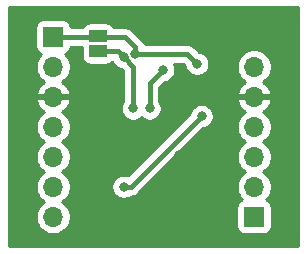
<source format=gbr>
G04 #@! TF.GenerationSoftware,KiCad,Pcbnew,(5.1.5)-3*
G04 #@! TF.CreationDate,2020-08-04T19:08:33+10:00*
G04 #@! TF.ProjectId,Interconnect,496e7465-7263-46f6-9e6e-6563742e6b69,rev 0.2*
G04 #@! TF.SameCoordinates,Original*
G04 #@! TF.FileFunction,Copper,L2,Bot*
G04 #@! TF.FilePolarity,Positive*
%FSLAX46Y46*%
G04 Gerber Fmt 4.6, Leading zero omitted, Abs format (unit mm)*
G04 Created by KiCad (PCBNEW (5.1.5)-3) date 2020-08-04 19:08:33*
%MOMM*%
%LPD*%
G04 APERTURE LIST*
%ADD10O,1.700000X1.700000*%
%ADD11R,1.700000X1.700000*%
%ADD12R,1.500000X1.000000*%
%ADD13C,0.800000*%
%ADD14C,0.400000*%
%ADD15C,0.254000*%
G04 APERTURE END LIST*
D10*
X167640000Y-89408000D03*
X167640000Y-91948000D03*
X167640000Y-94488000D03*
X167640000Y-97028000D03*
X167640000Y-99568000D03*
D11*
X167640000Y-102108000D03*
D10*
X150622000Y-102108000D03*
X150622000Y-99568000D03*
X150622000Y-97028000D03*
X150622000Y-94488000D03*
X150622000Y-91948000D03*
X150622000Y-89408000D03*
D11*
X150622000Y-86868000D03*
D12*
X154432000Y-86789500D03*
X154432000Y-88089500D03*
D13*
X161163000Y-101854000D03*
X165989000Y-104140000D03*
X161290000Y-96901000D03*
X166116000Y-98298000D03*
X164592000Y-87884000D03*
X161290000Y-92964000D03*
X155575000Y-93091000D03*
X154178000Y-84963000D03*
X156591000Y-99568000D03*
X163195000Y-93599000D03*
X156592000Y-88602500D03*
X157392000Y-92939990D03*
X157592000Y-88340000D03*
X162814000Y-89154000D03*
X158792000Y-92940000D03*
X159917010Y-89665000D03*
D14*
X156591000Y-99568000D02*
X157226000Y-99568000D01*
X157226000Y-99568000D02*
X163195000Y-93599000D01*
X156592000Y-88602500D02*
X157392000Y-89402500D01*
X157392000Y-89402500D02*
X157392000Y-92939990D01*
X156079000Y-88089500D02*
X154432000Y-88089500D01*
X156592000Y-88602500D02*
X156079000Y-88089500D01*
X162000000Y-88340000D02*
X162814000Y-89154000D01*
X157592000Y-88340000D02*
X162000000Y-88340000D01*
X152400000Y-86868000D02*
X150622000Y-86868000D01*
X156685685Y-86868000D02*
X152400000Y-86868000D01*
X157592000Y-88340000D02*
X157592000Y-87774315D01*
X157592000Y-87774315D02*
X156685685Y-86868000D01*
X158792000Y-92940000D02*
X158792000Y-90790010D01*
X158792000Y-90790010D02*
X159917010Y-89665000D01*
D15*
G36*
X171384513Y-84353666D02*
G01*
X171385000Y-84358301D01*
X171385001Y-104615715D01*
X171384335Y-104622513D01*
X171379699Y-104623000D01*
X146884275Y-104623000D01*
X146877487Y-104622335D01*
X146877000Y-104617699D01*
X146877000Y-94341740D01*
X149137000Y-94341740D01*
X149137000Y-94634260D01*
X149194068Y-94921158D01*
X149306010Y-95191411D01*
X149468525Y-95434632D01*
X149675368Y-95641475D01*
X149849760Y-95758000D01*
X149675368Y-95874525D01*
X149468525Y-96081368D01*
X149306010Y-96324589D01*
X149194068Y-96594842D01*
X149137000Y-96881740D01*
X149137000Y-97174260D01*
X149194068Y-97461158D01*
X149306010Y-97731411D01*
X149468525Y-97974632D01*
X149675368Y-98181475D01*
X149849760Y-98298000D01*
X149675368Y-98414525D01*
X149468525Y-98621368D01*
X149306010Y-98864589D01*
X149194068Y-99134842D01*
X149137000Y-99421740D01*
X149137000Y-99714260D01*
X149194068Y-100001158D01*
X149306010Y-100271411D01*
X149468525Y-100514632D01*
X149675368Y-100721475D01*
X149849760Y-100838000D01*
X149675368Y-100954525D01*
X149468525Y-101161368D01*
X149306010Y-101404589D01*
X149194068Y-101674842D01*
X149137000Y-101961740D01*
X149137000Y-102254260D01*
X149194068Y-102541158D01*
X149306010Y-102811411D01*
X149468525Y-103054632D01*
X149675368Y-103261475D01*
X149918589Y-103423990D01*
X150188842Y-103535932D01*
X150475740Y-103593000D01*
X150768260Y-103593000D01*
X151055158Y-103535932D01*
X151325411Y-103423990D01*
X151568632Y-103261475D01*
X151775475Y-103054632D01*
X151937990Y-102811411D01*
X152049932Y-102541158D01*
X152107000Y-102254260D01*
X152107000Y-101961740D01*
X152049932Y-101674842D01*
X151937990Y-101404589D01*
X151840043Y-101258000D01*
X166151928Y-101258000D01*
X166151928Y-102958000D01*
X166164188Y-103082482D01*
X166200498Y-103202180D01*
X166259463Y-103312494D01*
X166338815Y-103409185D01*
X166435506Y-103488537D01*
X166545820Y-103547502D01*
X166665518Y-103583812D01*
X166790000Y-103596072D01*
X168490000Y-103596072D01*
X168614482Y-103583812D01*
X168734180Y-103547502D01*
X168844494Y-103488537D01*
X168941185Y-103409185D01*
X169020537Y-103312494D01*
X169079502Y-103202180D01*
X169115812Y-103082482D01*
X169128072Y-102958000D01*
X169128072Y-101258000D01*
X169115812Y-101133518D01*
X169079502Y-101013820D01*
X169020537Y-100903506D01*
X168941185Y-100806815D01*
X168844494Y-100727463D01*
X168734180Y-100668498D01*
X168661620Y-100646487D01*
X168793475Y-100514632D01*
X168955990Y-100271411D01*
X169067932Y-100001158D01*
X169125000Y-99714260D01*
X169125000Y-99421740D01*
X169067932Y-99134842D01*
X168955990Y-98864589D01*
X168793475Y-98621368D01*
X168586632Y-98414525D01*
X168412240Y-98298000D01*
X168586632Y-98181475D01*
X168793475Y-97974632D01*
X168955990Y-97731411D01*
X169067932Y-97461158D01*
X169125000Y-97174260D01*
X169125000Y-96881740D01*
X169067932Y-96594842D01*
X168955990Y-96324589D01*
X168793475Y-96081368D01*
X168586632Y-95874525D01*
X168412240Y-95758000D01*
X168586632Y-95641475D01*
X168793475Y-95434632D01*
X168955990Y-95191411D01*
X169067932Y-94921158D01*
X169125000Y-94634260D01*
X169125000Y-94341740D01*
X169067932Y-94054842D01*
X168955990Y-93784589D01*
X168793475Y-93541368D01*
X168586632Y-93334525D01*
X168404466Y-93212805D01*
X168521355Y-93143178D01*
X168737588Y-92948269D01*
X168911641Y-92714920D01*
X169036825Y-92452099D01*
X169081476Y-92304890D01*
X168960155Y-92075000D01*
X167767000Y-92075000D01*
X167767000Y-92095000D01*
X167513000Y-92095000D01*
X167513000Y-92075000D01*
X166319845Y-92075000D01*
X166198524Y-92304890D01*
X166243175Y-92452099D01*
X166368359Y-92714920D01*
X166542412Y-92948269D01*
X166758645Y-93143178D01*
X166875534Y-93212805D01*
X166693368Y-93334525D01*
X166486525Y-93541368D01*
X166324010Y-93784589D01*
X166212068Y-94054842D01*
X166155000Y-94341740D01*
X166155000Y-94634260D01*
X166212068Y-94921158D01*
X166324010Y-95191411D01*
X166486525Y-95434632D01*
X166693368Y-95641475D01*
X166867760Y-95758000D01*
X166693368Y-95874525D01*
X166486525Y-96081368D01*
X166324010Y-96324589D01*
X166212068Y-96594842D01*
X166155000Y-96881740D01*
X166155000Y-97174260D01*
X166212068Y-97461158D01*
X166324010Y-97731411D01*
X166486525Y-97974632D01*
X166693368Y-98181475D01*
X166867760Y-98298000D01*
X166693368Y-98414525D01*
X166486525Y-98621368D01*
X166324010Y-98864589D01*
X166212068Y-99134842D01*
X166155000Y-99421740D01*
X166155000Y-99714260D01*
X166212068Y-100001158D01*
X166324010Y-100271411D01*
X166486525Y-100514632D01*
X166618380Y-100646487D01*
X166545820Y-100668498D01*
X166435506Y-100727463D01*
X166338815Y-100806815D01*
X166259463Y-100903506D01*
X166200498Y-101013820D01*
X166164188Y-101133518D01*
X166151928Y-101258000D01*
X151840043Y-101258000D01*
X151775475Y-101161368D01*
X151568632Y-100954525D01*
X151394240Y-100838000D01*
X151568632Y-100721475D01*
X151775475Y-100514632D01*
X151937990Y-100271411D01*
X152049932Y-100001158D01*
X152107000Y-99714260D01*
X152107000Y-99466061D01*
X155556000Y-99466061D01*
X155556000Y-99669939D01*
X155595774Y-99869898D01*
X155673795Y-100058256D01*
X155787063Y-100227774D01*
X155931226Y-100371937D01*
X156100744Y-100485205D01*
X156289102Y-100563226D01*
X156489061Y-100603000D01*
X156692939Y-100603000D01*
X156892898Y-100563226D01*
X157081256Y-100485205D01*
X157201805Y-100404657D01*
X157226000Y-100407040D01*
X157267018Y-100403000D01*
X157267019Y-100403000D01*
X157389689Y-100390918D01*
X157547087Y-100343172D01*
X157692146Y-100265636D01*
X157819291Y-100161291D01*
X157845446Y-100129421D01*
X163351777Y-94623092D01*
X163496898Y-94594226D01*
X163685256Y-94516205D01*
X163854774Y-94402937D01*
X163998937Y-94258774D01*
X164112205Y-94089256D01*
X164190226Y-93900898D01*
X164230000Y-93700939D01*
X164230000Y-93497061D01*
X164190226Y-93297102D01*
X164112205Y-93108744D01*
X163998937Y-92939226D01*
X163854774Y-92795063D01*
X163685256Y-92681795D01*
X163496898Y-92603774D01*
X163296939Y-92564000D01*
X163093061Y-92564000D01*
X162893102Y-92603774D01*
X162704744Y-92681795D01*
X162535226Y-92795063D01*
X162391063Y-92939226D01*
X162277795Y-93108744D01*
X162199774Y-93297102D01*
X162170908Y-93442223D01*
X156997168Y-98615965D01*
X156892898Y-98572774D01*
X156692939Y-98533000D01*
X156489061Y-98533000D01*
X156289102Y-98572774D01*
X156100744Y-98650795D01*
X155931226Y-98764063D01*
X155787063Y-98908226D01*
X155673795Y-99077744D01*
X155595774Y-99266102D01*
X155556000Y-99466061D01*
X152107000Y-99466061D01*
X152107000Y-99421740D01*
X152049932Y-99134842D01*
X151937990Y-98864589D01*
X151775475Y-98621368D01*
X151568632Y-98414525D01*
X151394240Y-98298000D01*
X151568632Y-98181475D01*
X151775475Y-97974632D01*
X151937990Y-97731411D01*
X152049932Y-97461158D01*
X152107000Y-97174260D01*
X152107000Y-96881740D01*
X152049932Y-96594842D01*
X151937990Y-96324589D01*
X151775475Y-96081368D01*
X151568632Y-95874525D01*
X151394240Y-95758000D01*
X151568632Y-95641475D01*
X151775475Y-95434632D01*
X151937990Y-95191411D01*
X152049932Y-94921158D01*
X152107000Y-94634260D01*
X152107000Y-94341740D01*
X152049932Y-94054842D01*
X151937990Y-93784589D01*
X151775475Y-93541368D01*
X151568632Y-93334525D01*
X151386466Y-93212805D01*
X151503355Y-93143178D01*
X151719588Y-92948269D01*
X151893641Y-92714920D01*
X152018825Y-92452099D01*
X152063476Y-92304890D01*
X151942155Y-92075000D01*
X150749000Y-92075000D01*
X150749000Y-92095000D01*
X150495000Y-92095000D01*
X150495000Y-92075000D01*
X149301845Y-92075000D01*
X149180524Y-92304890D01*
X149225175Y-92452099D01*
X149350359Y-92714920D01*
X149524412Y-92948269D01*
X149740645Y-93143178D01*
X149857534Y-93212805D01*
X149675368Y-93334525D01*
X149468525Y-93541368D01*
X149306010Y-93784589D01*
X149194068Y-94054842D01*
X149137000Y-94341740D01*
X146877000Y-94341740D01*
X146877000Y-86018000D01*
X149133928Y-86018000D01*
X149133928Y-87718000D01*
X149146188Y-87842482D01*
X149182498Y-87962180D01*
X149241463Y-88072494D01*
X149320815Y-88169185D01*
X149417506Y-88248537D01*
X149527820Y-88307502D01*
X149600380Y-88329513D01*
X149468525Y-88461368D01*
X149306010Y-88704589D01*
X149194068Y-88974842D01*
X149137000Y-89261740D01*
X149137000Y-89554260D01*
X149194068Y-89841158D01*
X149306010Y-90111411D01*
X149468525Y-90354632D01*
X149675368Y-90561475D01*
X149857534Y-90683195D01*
X149740645Y-90752822D01*
X149524412Y-90947731D01*
X149350359Y-91181080D01*
X149225175Y-91443901D01*
X149180524Y-91591110D01*
X149301845Y-91821000D01*
X150495000Y-91821000D01*
X150495000Y-91801000D01*
X150749000Y-91801000D01*
X150749000Y-91821000D01*
X151942155Y-91821000D01*
X152063476Y-91591110D01*
X152018825Y-91443901D01*
X151893641Y-91181080D01*
X151719588Y-90947731D01*
X151503355Y-90752822D01*
X151386466Y-90683195D01*
X151568632Y-90561475D01*
X151775475Y-90354632D01*
X151937990Y-90111411D01*
X152049932Y-89841158D01*
X152107000Y-89554260D01*
X152107000Y-89261740D01*
X152049932Y-88974842D01*
X151937990Y-88704589D01*
X151775475Y-88461368D01*
X151643620Y-88329513D01*
X151716180Y-88307502D01*
X151826494Y-88248537D01*
X151923185Y-88169185D01*
X152002537Y-88072494D01*
X152061502Y-87962180D01*
X152097812Y-87842482D01*
X152110072Y-87718000D01*
X152110072Y-87703000D01*
X153043928Y-87703000D01*
X153043928Y-88589500D01*
X153056188Y-88713982D01*
X153092498Y-88833680D01*
X153151463Y-88943994D01*
X153230815Y-89040685D01*
X153327506Y-89120037D01*
X153437820Y-89179002D01*
X153557518Y-89215312D01*
X153682000Y-89227572D01*
X155182000Y-89227572D01*
X155306482Y-89215312D01*
X155426180Y-89179002D01*
X155536494Y-89120037D01*
X155633185Y-89040685D01*
X155646504Y-89024456D01*
X155674795Y-89092756D01*
X155788063Y-89262274D01*
X155932226Y-89406437D01*
X156101744Y-89519705D01*
X156290102Y-89597726D01*
X156435224Y-89626592D01*
X156557000Y-89748368D01*
X156557001Y-92326704D01*
X156474795Y-92449734D01*
X156396774Y-92638092D01*
X156357000Y-92838051D01*
X156357000Y-93041929D01*
X156396774Y-93241888D01*
X156474795Y-93430246D01*
X156588063Y-93599764D01*
X156732226Y-93743927D01*
X156901744Y-93857195D01*
X157090102Y-93935216D01*
X157290061Y-93974990D01*
X157493939Y-93974990D01*
X157693898Y-93935216D01*
X157882256Y-93857195D01*
X158051774Y-93743927D01*
X158091995Y-93703706D01*
X158132226Y-93743937D01*
X158301744Y-93857205D01*
X158490102Y-93935226D01*
X158690061Y-93975000D01*
X158893939Y-93975000D01*
X159093898Y-93935226D01*
X159282256Y-93857205D01*
X159451774Y-93743937D01*
X159595937Y-93599774D01*
X159709205Y-93430256D01*
X159787226Y-93241898D01*
X159827000Y-93041939D01*
X159827000Y-92838061D01*
X159787226Y-92638102D01*
X159709205Y-92449744D01*
X159627000Y-92326715D01*
X159627000Y-91135877D01*
X160073785Y-90689093D01*
X160218908Y-90660226D01*
X160407266Y-90582205D01*
X160576784Y-90468937D01*
X160720947Y-90324774D01*
X160834215Y-90155256D01*
X160912236Y-89966898D01*
X160952010Y-89766939D01*
X160952010Y-89563061D01*
X160912236Y-89363102D01*
X160834321Y-89175000D01*
X161654132Y-89175000D01*
X161789908Y-89310776D01*
X161818774Y-89455898D01*
X161896795Y-89644256D01*
X162010063Y-89813774D01*
X162154226Y-89957937D01*
X162323744Y-90071205D01*
X162512102Y-90149226D01*
X162712061Y-90189000D01*
X162915939Y-90189000D01*
X163115898Y-90149226D01*
X163304256Y-90071205D01*
X163473774Y-89957937D01*
X163617937Y-89813774D01*
X163731205Y-89644256D01*
X163809226Y-89455898D01*
X163847846Y-89261740D01*
X166155000Y-89261740D01*
X166155000Y-89554260D01*
X166212068Y-89841158D01*
X166324010Y-90111411D01*
X166486525Y-90354632D01*
X166693368Y-90561475D01*
X166875534Y-90683195D01*
X166758645Y-90752822D01*
X166542412Y-90947731D01*
X166368359Y-91181080D01*
X166243175Y-91443901D01*
X166198524Y-91591110D01*
X166319845Y-91821000D01*
X167513000Y-91821000D01*
X167513000Y-91801000D01*
X167767000Y-91801000D01*
X167767000Y-91821000D01*
X168960155Y-91821000D01*
X169081476Y-91591110D01*
X169036825Y-91443901D01*
X168911641Y-91181080D01*
X168737588Y-90947731D01*
X168521355Y-90752822D01*
X168404466Y-90683195D01*
X168586632Y-90561475D01*
X168793475Y-90354632D01*
X168955990Y-90111411D01*
X169067932Y-89841158D01*
X169125000Y-89554260D01*
X169125000Y-89261740D01*
X169067932Y-88974842D01*
X168955990Y-88704589D01*
X168793475Y-88461368D01*
X168586632Y-88254525D01*
X168343411Y-88092010D01*
X168073158Y-87980068D01*
X167786260Y-87923000D01*
X167493740Y-87923000D01*
X167206842Y-87980068D01*
X166936589Y-88092010D01*
X166693368Y-88254525D01*
X166486525Y-88461368D01*
X166324010Y-88704589D01*
X166212068Y-88974842D01*
X166155000Y-89261740D01*
X163847846Y-89261740D01*
X163849000Y-89255939D01*
X163849000Y-89052061D01*
X163809226Y-88852102D01*
X163731205Y-88663744D01*
X163617937Y-88494226D01*
X163473774Y-88350063D01*
X163304256Y-88236795D01*
X163115898Y-88158774D01*
X162970776Y-88129908D01*
X162619445Y-87778578D01*
X162593291Y-87746709D01*
X162466146Y-87642364D01*
X162321087Y-87564828D01*
X162163689Y-87517082D01*
X162041019Y-87505000D01*
X162041018Y-87505000D01*
X162000000Y-87500960D01*
X161958982Y-87505000D01*
X158382877Y-87505000D01*
X158367172Y-87453228D01*
X158289636Y-87308169D01*
X158211439Y-87212885D01*
X158211437Y-87212883D01*
X158185291Y-87181024D01*
X158153432Y-87154878D01*
X157305130Y-86306578D01*
X157278976Y-86274709D01*
X157151831Y-86170364D01*
X157006772Y-86092828D01*
X156849374Y-86045082D01*
X156726704Y-86033000D01*
X156726703Y-86033000D01*
X156685685Y-86028960D01*
X156644667Y-86033000D01*
X155764917Y-86033000D01*
X155712537Y-85935006D01*
X155633185Y-85838315D01*
X155536494Y-85758963D01*
X155426180Y-85699998D01*
X155306482Y-85663688D01*
X155182000Y-85651428D01*
X153682000Y-85651428D01*
X153557518Y-85663688D01*
X153437820Y-85699998D01*
X153327506Y-85758963D01*
X153230815Y-85838315D01*
X153151463Y-85935006D01*
X153099083Y-86033000D01*
X152110072Y-86033000D01*
X152110072Y-86018000D01*
X152097812Y-85893518D01*
X152061502Y-85773820D01*
X152002537Y-85663506D01*
X151923185Y-85566815D01*
X151826494Y-85487463D01*
X151716180Y-85428498D01*
X151596482Y-85392188D01*
X151472000Y-85379928D01*
X149772000Y-85379928D01*
X149647518Y-85392188D01*
X149527820Y-85428498D01*
X149417506Y-85487463D01*
X149320815Y-85566815D01*
X149241463Y-85663506D01*
X149182498Y-85773820D01*
X149146188Y-85893518D01*
X149133928Y-86018000D01*
X146877000Y-86018000D01*
X146877000Y-84360275D01*
X146877666Y-84353487D01*
X146882301Y-84353000D01*
X171377725Y-84353000D01*
X171384513Y-84353666D01*
G37*
X171384513Y-84353666D02*
X171385000Y-84358301D01*
X171385001Y-104615715D01*
X171384335Y-104622513D01*
X171379699Y-104623000D01*
X146884275Y-104623000D01*
X146877487Y-104622335D01*
X146877000Y-104617699D01*
X146877000Y-94341740D01*
X149137000Y-94341740D01*
X149137000Y-94634260D01*
X149194068Y-94921158D01*
X149306010Y-95191411D01*
X149468525Y-95434632D01*
X149675368Y-95641475D01*
X149849760Y-95758000D01*
X149675368Y-95874525D01*
X149468525Y-96081368D01*
X149306010Y-96324589D01*
X149194068Y-96594842D01*
X149137000Y-96881740D01*
X149137000Y-97174260D01*
X149194068Y-97461158D01*
X149306010Y-97731411D01*
X149468525Y-97974632D01*
X149675368Y-98181475D01*
X149849760Y-98298000D01*
X149675368Y-98414525D01*
X149468525Y-98621368D01*
X149306010Y-98864589D01*
X149194068Y-99134842D01*
X149137000Y-99421740D01*
X149137000Y-99714260D01*
X149194068Y-100001158D01*
X149306010Y-100271411D01*
X149468525Y-100514632D01*
X149675368Y-100721475D01*
X149849760Y-100838000D01*
X149675368Y-100954525D01*
X149468525Y-101161368D01*
X149306010Y-101404589D01*
X149194068Y-101674842D01*
X149137000Y-101961740D01*
X149137000Y-102254260D01*
X149194068Y-102541158D01*
X149306010Y-102811411D01*
X149468525Y-103054632D01*
X149675368Y-103261475D01*
X149918589Y-103423990D01*
X150188842Y-103535932D01*
X150475740Y-103593000D01*
X150768260Y-103593000D01*
X151055158Y-103535932D01*
X151325411Y-103423990D01*
X151568632Y-103261475D01*
X151775475Y-103054632D01*
X151937990Y-102811411D01*
X152049932Y-102541158D01*
X152107000Y-102254260D01*
X152107000Y-101961740D01*
X152049932Y-101674842D01*
X151937990Y-101404589D01*
X151840043Y-101258000D01*
X166151928Y-101258000D01*
X166151928Y-102958000D01*
X166164188Y-103082482D01*
X166200498Y-103202180D01*
X166259463Y-103312494D01*
X166338815Y-103409185D01*
X166435506Y-103488537D01*
X166545820Y-103547502D01*
X166665518Y-103583812D01*
X166790000Y-103596072D01*
X168490000Y-103596072D01*
X168614482Y-103583812D01*
X168734180Y-103547502D01*
X168844494Y-103488537D01*
X168941185Y-103409185D01*
X169020537Y-103312494D01*
X169079502Y-103202180D01*
X169115812Y-103082482D01*
X169128072Y-102958000D01*
X169128072Y-101258000D01*
X169115812Y-101133518D01*
X169079502Y-101013820D01*
X169020537Y-100903506D01*
X168941185Y-100806815D01*
X168844494Y-100727463D01*
X168734180Y-100668498D01*
X168661620Y-100646487D01*
X168793475Y-100514632D01*
X168955990Y-100271411D01*
X169067932Y-100001158D01*
X169125000Y-99714260D01*
X169125000Y-99421740D01*
X169067932Y-99134842D01*
X168955990Y-98864589D01*
X168793475Y-98621368D01*
X168586632Y-98414525D01*
X168412240Y-98298000D01*
X168586632Y-98181475D01*
X168793475Y-97974632D01*
X168955990Y-97731411D01*
X169067932Y-97461158D01*
X169125000Y-97174260D01*
X169125000Y-96881740D01*
X169067932Y-96594842D01*
X168955990Y-96324589D01*
X168793475Y-96081368D01*
X168586632Y-95874525D01*
X168412240Y-95758000D01*
X168586632Y-95641475D01*
X168793475Y-95434632D01*
X168955990Y-95191411D01*
X169067932Y-94921158D01*
X169125000Y-94634260D01*
X169125000Y-94341740D01*
X169067932Y-94054842D01*
X168955990Y-93784589D01*
X168793475Y-93541368D01*
X168586632Y-93334525D01*
X168404466Y-93212805D01*
X168521355Y-93143178D01*
X168737588Y-92948269D01*
X168911641Y-92714920D01*
X169036825Y-92452099D01*
X169081476Y-92304890D01*
X168960155Y-92075000D01*
X167767000Y-92075000D01*
X167767000Y-92095000D01*
X167513000Y-92095000D01*
X167513000Y-92075000D01*
X166319845Y-92075000D01*
X166198524Y-92304890D01*
X166243175Y-92452099D01*
X166368359Y-92714920D01*
X166542412Y-92948269D01*
X166758645Y-93143178D01*
X166875534Y-93212805D01*
X166693368Y-93334525D01*
X166486525Y-93541368D01*
X166324010Y-93784589D01*
X166212068Y-94054842D01*
X166155000Y-94341740D01*
X166155000Y-94634260D01*
X166212068Y-94921158D01*
X166324010Y-95191411D01*
X166486525Y-95434632D01*
X166693368Y-95641475D01*
X166867760Y-95758000D01*
X166693368Y-95874525D01*
X166486525Y-96081368D01*
X166324010Y-96324589D01*
X166212068Y-96594842D01*
X166155000Y-96881740D01*
X166155000Y-97174260D01*
X166212068Y-97461158D01*
X166324010Y-97731411D01*
X166486525Y-97974632D01*
X166693368Y-98181475D01*
X166867760Y-98298000D01*
X166693368Y-98414525D01*
X166486525Y-98621368D01*
X166324010Y-98864589D01*
X166212068Y-99134842D01*
X166155000Y-99421740D01*
X166155000Y-99714260D01*
X166212068Y-100001158D01*
X166324010Y-100271411D01*
X166486525Y-100514632D01*
X166618380Y-100646487D01*
X166545820Y-100668498D01*
X166435506Y-100727463D01*
X166338815Y-100806815D01*
X166259463Y-100903506D01*
X166200498Y-101013820D01*
X166164188Y-101133518D01*
X166151928Y-101258000D01*
X151840043Y-101258000D01*
X151775475Y-101161368D01*
X151568632Y-100954525D01*
X151394240Y-100838000D01*
X151568632Y-100721475D01*
X151775475Y-100514632D01*
X151937990Y-100271411D01*
X152049932Y-100001158D01*
X152107000Y-99714260D01*
X152107000Y-99466061D01*
X155556000Y-99466061D01*
X155556000Y-99669939D01*
X155595774Y-99869898D01*
X155673795Y-100058256D01*
X155787063Y-100227774D01*
X155931226Y-100371937D01*
X156100744Y-100485205D01*
X156289102Y-100563226D01*
X156489061Y-100603000D01*
X156692939Y-100603000D01*
X156892898Y-100563226D01*
X157081256Y-100485205D01*
X157201805Y-100404657D01*
X157226000Y-100407040D01*
X157267018Y-100403000D01*
X157267019Y-100403000D01*
X157389689Y-100390918D01*
X157547087Y-100343172D01*
X157692146Y-100265636D01*
X157819291Y-100161291D01*
X157845446Y-100129421D01*
X163351777Y-94623092D01*
X163496898Y-94594226D01*
X163685256Y-94516205D01*
X163854774Y-94402937D01*
X163998937Y-94258774D01*
X164112205Y-94089256D01*
X164190226Y-93900898D01*
X164230000Y-93700939D01*
X164230000Y-93497061D01*
X164190226Y-93297102D01*
X164112205Y-93108744D01*
X163998937Y-92939226D01*
X163854774Y-92795063D01*
X163685256Y-92681795D01*
X163496898Y-92603774D01*
X163296939Y-92564000D01*
X163093061Y-92564000D01*
X162893102Y-92603774D01*
X162704744Y-92681795D01*
X162535226Y-92795063D01*
X162391063Y-92939226D01*
X162277795Y-93108744D01*
X162199774Y-93297102D01*
X162170908Y-93442223D01*
X156997168Y-98615965D01*
X156892898Y-98572774D01*
X156692939Y-98533000D01*
X156489061Y-98533000D01*
X156289102Y-98572774D01*
X156100744Y-98650795D01*
X155931226Y-98764063D01*
X155787063Y-98908226D01*
X155673795Y-99077744D01*
X155595774Y-99266102D01*
X155556000Y-99466061D01*
X152107000Y-99466061D01*
X152107000Y-99421740D01*
X152049932Y-99134842D01*
X151937990Y-98864589D01*
X151775475Y-98621368D01*
X151568632Y-98414525D01*
X151394240Y-98298000D01*
X151568632Y-98181475D01*
X151775475Y-97974632D01*
X151937990Y-97731411D01*
X152049932Y-97461158D01*
X152107000Y-97174260D01*
X152107000Y-96881740D01*
X152049932Y-96594842D01*
X151937990Y-96324589D01*
X151775475Y-96081368D01*
X151568632Y-95874525D01*
X151394240Y-95758000D01*
X151568632Y-95641475D01*
X151775475Y-95434632D01*
X151937990Y-95191411D01*
X152049932Y-94921158D01*
X152107000Y-94634260D01*
X152107000Y-94341740D01*
X152049932Y-94054842D01*
X151937990Y-93784589D01*
X151775475Y-93541368D01*
X151568632Y-93334525D01*
X151386466Y-93212805D01*
X151503355Y-93143178D01*
X151719588Y-92948269D01*
X151893641Y-92714920D01*
X152018825Y-92452099D01*
X152063476Y-92304890D01*
X151942155Y-92075000D01*
X150749000Y-92075000D01*
X150749000Y-92095000D01*
X150495000Y-92095000D01*
X150495000Y-92075000D01*
X149301845Y-92075000D01*
X149180524Y-92304890D01*
X149225175Y-92452099D01*
X149350359Y-92714920D01*
X149524412Y-92948269D01*
X149740645Y-93143178D01*
X149857534Y-93212805D01*
X149675368Y-93334525D01*
X149468525Y-93541368D01*
X149306010Y-93784589D01*
X149194068Y-94054842D01*
X149137000Y-94341740D01*
X146877000Y-94341740D01*
X146877000Y-86018000D01*
X149133928Y-86018000D01*
X149133928Y-87718000D01*
X149146188Y-87842482D01*
X149182498Y-87962180D01*
X149241463Y-88072494D01*
X149320815Y-88169185D01*
X149417506Y-88248537D01*
X149527820Y-88307502D01*
X149600380Y-88329513D01*
X149468525Y-88461368D01*
X149306010Y-88704589D01*
X149194068Y-88974842D01*
X149137000Y-89261740D01*
X149137000Y-89554260D01*
X149194068Y-89841158D01*
X149306010Y-90111411D01*
X149468525Y-90354632D01*
X149675368Y-90561475D01*
X149857534Y-90683195D01*
X149740645Y-90752822D01*
X149524412Y-90947731D01*
X149350359Y-91181080D01*
X149225175Y-91443901D01*
X149180524Y-91591110D01*
X149301845Y-91821000D01*
X150495000Y-91821000D01*
X150495000Y-91801000D01*
X150749000Y-91801000D01*
X150749000Y-91821000D01*
X151942155Y-91821000D01*
X152063476Y-91591110D01*
X152018825Y-91443901D01*
X151893641Y-91181080D01*
X151719588Y-90947731D01*
X151503355Y-90752822D01*
X151386466Y-90683195D01*
X151568632Y-90561475D01*
X151775475Y-90354632D01*
X151937990Y-90111411D01*
X152049932Y-89841158D01*
X152107000Y-89554260D01*
X152107000Y-89261740D01*
X152049932Y-88974842D01*
X151937990Y-88704589D01*
X151775475Y-88461368D01*
X151643620Y-88329513D01*
X151716180Y-88307502D01*
X151826494Y-88248537D01*
X151923185Y-88169185D01*
X152002537Y-88072494D01*
X152061502Y-87962180D01*
X152097812Y-87842482D01*
X152110072Y-87718000D01*
X152110072Y-87703000D01*
X153043928Y-87703000D01*
X153043928Y-88589500D01*
X153056188Y-88713982D01*
X153092498Y-88833680D01*
X153151463Y-88943994D01*
X153230815Y-89040685D01*
X153327506Y-89120037D01*
X153437820Y-89179002D01*
X153557518Y-89215312D01*
X153682000Y-89227572D01*
X155182000Y-89227572D01*
X155306482Y-89215312D01*
X155426180Y-89179002D01*
X155536494Y-89120037D01*
X155633185Y-89040685D01*
X155646504Y-89024456D01*
X155674795Y-89092756D01*
X155788063Y-89262274D01*
X155932226Y-89406437D01*
X156101744Y-89519705D01*
X156290102Y-89597726D01*
X156435224Y-89626592D01*
X156557000Y-89748368D01*
X156557001Y-92326704D01*
X156474795Y-92449734D01*
X156396774Y-92638092D01*
X156357000Y-92838051D01*
X156357000Y-93041929D01*
X156396774Y-93241888D01*
X156474795Y-93430246D01*
X156588063Y-93599764D01*
X156732226Y-93743927D01*
X156901744Y-93857195D01*
X157090102Y-93935216D01*
X157290061Y-93974990D01*
X157493939Y-93974990D01*
X157693898Y-93935216D01*
X157882256Y-93857195D01*
X158051774Y-93743927D01*
X158091995Y-93703706D01*
X158132226Y-93743937D01*
X158301744Y-93857205D01*
X158490102Y-93935226D01*
X158690061Y-93975000D01*
X158893939Y-93975000D01*
X159093898Y-93935226D01*
X159282256Y-93857205D01*
X159451774Y-93743937D01*
X159595937Y-93599774D01*
X159709205Y-93430256D01*
X159787226Y-93241898D01*
X159827000Y-93041939D01*
X159827000Y-92838061D01*
X159787226Y-92638102D01*
X159709205Y-92449744D01*
X159627000Y-92326715D01*
X159627000Y-91135877D01*
X160073785Y-90689093D01*
X160218908Y-90660226D01*
X160407266Y-90582205D01*
X160576784Y-90468937D01*
X160720947Y-90324774D01*
X160834215Y-90155256D01*
X160912236Y-89966898D01*
X160952010Y-89766939D01*
X160952010Y-89563061D01*
X160912236Y-89363102D01*
X160834321Y-89175000D01*
X161654132Y-89175000D01*
X161789908Y-89310776D01*
X161818774Y-89455898D01*
X161896795Y-89644256D01*
X162010063Y-89813774D01*
X162154226Y-89957937D01*
X162323744Y-90071205D01*
X162512102Y-90149226D01*
X162712061Y-90189000D01*
X162915939Y-90189000D01*
X163115898Y-90149226D01*
X163304256Y-90071205D01*
X163473774Y-89957937D01*
X163617937Y-89813774D01*
X163731205Y-89644256D01*
X163809226Y-89455898D01*
X163847846Y-89261740D01*
X166155000Y-89261740D01*
X166155000Y-89554260D01*
X166212068Y-89841158D01*
X166324010Y-90111411D01*
X166486525Y-90354632D01*
X166693368Y-90561475D01*
X166875534Y-90683195D01*
X166758645Y-90752822D01*
X166542412Y-90947731D01*
X166368359Y-91181080D01*
X166243175Y-91443901D01*
X166198524Y-91591110D01*
X166319845Y-91821000D01*
X167513000Y-91821000D01*
X167513000Y-91801000D01*
X167767000Y-91801000D01*
X167767000Y-91821000D01*
X168960155Y-91821000D01*
X169081476Y-91591110D01*
X169036825Y-91443901D01*
X168911641Y-91181080D01*
X168737588Y-90947731D01*
X168521355Y-90752822D01*
X168404466Y-90683195D01*
X168586632Y-90561475D01*
X168793475Y-90354632D01*
X168955990Y-90111411D01*
X169067932Y-89841158D01*
X169125000Y-89554260D01*
X169125000Y-89261740D01*
X169067932Y-88974842D01*
X168955990Y-88704589D01*
X168793475Y-88461368D01*
X168586632Y-88254525D01*
X168343411Y-88092010D01*
X168073158Y-87980068D01*
X167786260Y-87923000D01*
X167493740Y-87923000D01*
X167206842Y-87980068D01*
X166936589Y-88092010D01*
X166693368Y-88254525D01*
X166486525Y-88461368D01*
X166324010Y-88704589D01*
X166212068Y-88974842D01*
X166155000Y-89261740D01*
X163847846Y-89261740D01*
X163849000Y-89255939D01*
X163849000Y-89052061D01*
X163809226Y-88852102D01*
X163731205Y-88663744D01*
X163617937Y-88494226D01*
X163473774Y-88350063D01*
X163304256Y-88236795D01*
X163115898Y-88158774D01*
X162970776Y-88129908D01*
X162619445Y-87778578D01*
X162593291Y-87746709D01*
X162466146Y-87642364D01*
X162321087Y-87564828D01*
X162163689Y-87517082D01*
X162041019Y-87505000D01*
X162041018Y-87505000D01*
X162000000Y-87500960D01*
X161958982Y-87505000D01*
X158382877Y-87505000D01*
X158367172Y-87453228D01*
X158289636Y-87308169D01*
X158211439Y-87212885D01*
X158211437Y-87212883D01*
X158185291Y-87181024D01*
X158153432Y-87154878D01*
X157305130Y-86306578D01*
X157278976Y-86274709D01*
X157151831Y-86170364D01*
X157006772Y-86092828D01*
X156849374Y-86045082D01*
X156726704Y-86033000D01*
X156726703Y-86033000D01*
X156685685Y-86028960D01*
X156644667Y-86033000D01*
X155764917Y-86033000D01*
X155712537Y-85935006D01*
X155633185Y-85838315D01*
X155536494Y-85758963D01*
X155426180Y-85699998D01*
X155306482Y-85663688D01*
X155182000Y-85651428D01*
X153682000Y-85651428D01*
X153557518Y-85663688D01*
X153437820Y-85699998D01*
X153327506Y-85758963D01*
X153230815Y-85838315D01*
X153151463Y-85935006D01*
X153099083Y-86033000D01*
X152110072Y-86033000D01*
X152110072Y-86018000D01*
X152097812Y-85893518D01*
X152061502Y-85773820D01*
X152002537Y-85663506D01*
X151923185Y-85566815D01*
X151826494Y-85487463D01*
X151716180Y-85428498D01*
X151596482Y-85392188D01*
X151472000Y-85379928D01*
X149772000Y-85379928D01*
X149647518Y-85392188D01*
X149527820Y-85428498D01*
X149417506Y-85487463D01*
X149320815Y-85566815D01*
X149241463Y-85663506D01*
X149182498Y-85773820D01*
X149146188Y-85893518D01*
X149133928Y-86018000D01*
X146877000Y-86018000D01*
X146877000Y-84360275D01*
X146877666Y-84353487D01*
X146882301Y-84353000D01*
X171377725Y-84353000D01*
X171384513Y-84353666D01*
M02*

</source>
